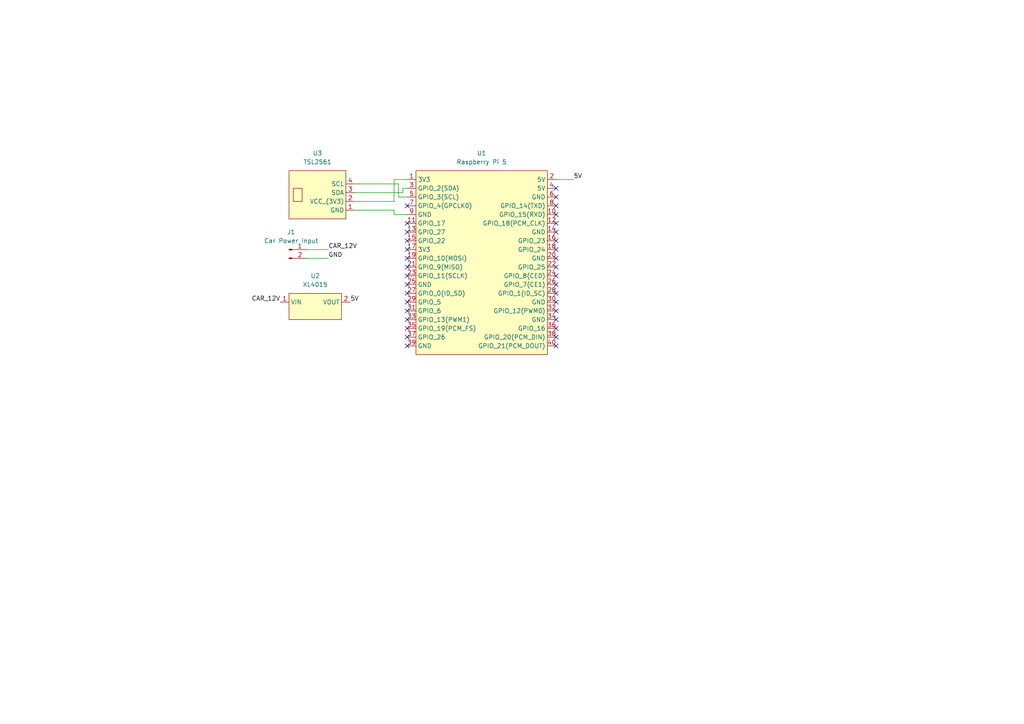
<source format=kicad_sch>
(kicad_sch
	(version 20250114)
	(generator "eeschema")
	(generator_version "9.0")
	(uuid "629082d0-9242-49fc-a059-751b76dc5015")
	(paper "A4")
	(lib_symbols
		(symbol "Connector:Conn_01x02_Pin"
			(pin_names
				(offset 1.016)
				(hide yes)
			)
			(exclude_from_sim no)
			(in_bom yes)
			(on_board yes)
			(property "Reference" "J"
				(at 0 2.54 0)
				(effects
					(font
						(size 1.27 1.27)
					)
				)
			)
			(property "Value" "Conn_01x02_Pin"
				(at 0 -5.08 0)
				(effects
					(font
						(size 1.27 1.27)
					)
				)
			)
			(property "Footprint" ""
				(at 0 0 0)
				(effects
					(font
						(size 1.27 1.27)
					)
					(hide yes)
				)
			)
			(property "Datasheet" "~"
				(at 0 0 0)
				(effects
					(font
						(size 1.27 1.27)
					)
					(hide yes)
				)
			)
			(property "Description" "Generic connector, single row, 01x02, script generated"
				(at 0 0 0)
				(effects
					(font
						(size 1.27 1.27)
					)
					(hide yes)
				)
			)
			(property "ki_locked" ""
				(at 0 0 0)
				(effects
					(font
						(size 1.27 1.27)
					)
				)
			)
			(property "ki_keywords" "connector"
				(at 0 0 0)
				(effects
					(font
						(size 1.27 1.27)
					)
					(hide yes)
				)
			)
			(property "ki_fp_filters" "Connector*:*_1x??_*"
				(at 0 0 0)
				(effects
					(font
						(size 1.27 1.27)
					)
					(hide yes)
				)
			)
			(symbol "Conn_01x02_Pin_1_1"
				(rectangle
					(start 0.8636 0.127)
					(end 0 -0.127)
					(stroke
						(width 0.1524)
						(type default)
					)
					(fill
						(type outline)
					)
				)
				(rectangle
					(start 0.8636 -2.413)
					(end 0 -2.667)
					(stroke
						(width 0.1524)
						(type default)
					)
					(fill
						(type outline)
					)
				)
				(polyline
					(pts
						(xy 1.27 0) (xy 0.8636 0)
					)
					(stroke
						(width 0.1524)
						(type default)
					)
					(fill
						(type none)
					)
				)
				(polyline
					(pts
						(xy 1.27 -2.54) (xy 0.8636 -2.54)
					)
					(stroke
						(width 0.1524)
						(type default)
					)
					(fill
						(type none)
					)
				)
				(pin passive line
					(at 5.08 0 180)
					(length 3.81)
					(name "Pin_1"
						(effects
							(font
								(size 1.27 1.27)
							)
						)
					)
					(number "1"
						(effects
							(font
								(size 1.27 1.27)
							)
						)
					)
				)
				(pin passive line
					(at 5.08 -2.54 180)
					(length 3.81)
					(name "Pin_2"
						(effects
							(font
								(size 1.27 1.27)
							)
						)
					)
					(number "2"
						(effects
							(font
								(size 1.27 1.27)
							)
						)
					)
				)
			)
			(embedded_fonts no)
		)
		(symbol "diplonmna_rabota:Rapberyy_Pi_5"
			(exclude_from_sim no)
			(in_bom yes)
			(on_board yes)
			(property "Reference" "U"
				(at 0 0 0)
				(effects
					(font
						(size 1.27 1.27)
					)
				)
			)
			(property "Value" ""
				(at 0 0 0)
				(effects
					(font
						(size 1.27 1.27)
					)
				)
			)
			(property "Footprint" ""
				(at 0 0 0)
				(effects
					(font
						(size 1.27 1.27)
					)
					(hide yes)
				)
			)
			(property "Datasheet" ""
				(at 0 0 0)
				(effects
					(font
						(size 1.27 1.27)
					)
					(hide yes)
				)
			)
			(property "Description" ""
				(at 0 0 0)
				(effects
					(font
						(size 1.27 1.27)
					)
					(hide yes)
				)
			)
			(symbol "Rapberyy_Pi_5_0_1"
				(rectangle
					(start 36.83 -33.02)
					(end 36.83 -33.02)
					(stroke
						(width 0)
						(type default)
					)
					(fill
						(type none)
					)
				)
			)
			(symbol "Rapberyy_Pi_5_1_1"
				(rectangle
					(start -1.27 -2.54)
					(end 36.83 -55.88)
					(stroke
						(width 0)
						(type default)
					)
					(fill
						(type background)
					)
				)
				(pin power_in line
					(at -3.81 -5.08 0)
					(length 2.54)
					(name "3V3"
						(effects
							(font
								(size 1.27 1.27)
							)
						)
					)
					(number "1"
						(effects
							(font
								(size 1.27 1.27)
							)
						)
					)
				)
				(pin bidirectional line
					(at -3.81 -7.62 0)
					(length 2.54)
					(name "GPIO_2(SDA)"
						(effects
							(font
								(size 1.27 1.27)
							)
						)
					)
					(number "3"
						(effects
							(font
								(size 1.27 1.27)
							)
						)
					)
				)
				(pin bidirectional line
					(at -3.81 -10.16 0)
					(length 2.54)
					(name "GPIO_3(SCL)"
						(effects
							(font
								(size 1.27 1.27)
							)
						)
					)
					(number "5"
						(effects
							(font
								(size 1.27 1.27)
							)
						)
					)
				)
				(pin bidirectional line
					(at -3.81 -12.7 0)
					(length 2.54)
					(name "GPIO_4(GPCLK0)"
						(effects
							(font
								(size 1.27 1.27)
							)
						)
					)
					(number "7"
						(effects
							(font
								(size 1.27 1.27)
							)
						)
					)
				)
				(pin power_out line
					(at -3.81 -15.24 0)
					(length 2.54)
					(name "GND"
						(effects
							(font
								(size 1.27 1.27)
							)
						)
					)
					(number "9"
						(effects
							(font
								(size 1.27 1.27)
							)
						)
					)
				)
				(pin bidirectional line
					(at -3.81 -17.78 0)
					(length 2.54)
					(name "GPIO_17"
						(effects
							(font
								(size 1.27 1.27)
							)
						)
					)
					(number "11"
						(effects
							(font
								(size 1.27 1.27)
							)
						)
					)
				)
				(pin bidirectional line
					(at -3.81 -20.32 0)
					(length 2.54)
					(name "GPIO_27"
						(effects
							(font
								(size 1.27 1.27)
							)
						)
					)
					(number "13"
						(effects
							(font
								(size 1.27 1.27)
							)
						)
					)
				)
				(pin bidirectional line
					(at -3.81 -22.86 0)
					(length 2.54)
					(name "GPIO_22"
						(effects
							(font
								(size 1.27 1.27)
							)
						)
					)
					(number "15"
						(effects
							(font
								(size 1.27 1.27)
							)
						)
					)
				)
				(pin power_in line
					(at -3.81 -25.4 0)
					(length 2.54)
					(name "3V3"
						(effects
							(font
								(size 1.27 1.27)
							)
						)
					)
					(number "17"
						(effects
							(font
								(size 1.27 1.27)
							)
						)
					)
				)
				(pin output line
					(at -3.81 -27.94 0)
					(length 2.54)
					(name "GPIO_10(MOSI)"
						(effects
							(font
								(size 1.27 1.27)
							)
						)
					)
					(number "19"
						(effects
							(font
								(size 1.27 1.27)
							)
						)
					)
				)
				(pin input line
					(at -3.81 -30.48 0)
					(length 2.54)
					(name "GPIO_9(MISO)"
						(effects
							(font
								(size 1.27 1.27)
							)
						)
					)
					(number "21"
						(effects
							(font
								(size 1.27 1.27)
							)
						)
					)
				)
				(pin output line
					(at -3.81 -33.02 0)
					(length 2.54)
					(name "GPIO_11(SCLK)"
						(effects
							(font
								(size 1.27 1.27)
							)
						)
					)
					(number "23"
						(effects
							(font
								(size 1.27 1.27)
							)
						)
					)
				)
				(pin power_out line
					(at -3.81 -35.56 0)
					(length 2.54)
					(name "GND"
						(effects
							(font
								(size 1.27 1.27)
							)
						)
					)
					(number "25"
						(effects
							(font
								(size 1.27 1.27)
							)
						)
					)
				)
				(pin input line
					(at -3.81 -38.1 0)
					(length 2.54)
					(name "GPIO_0(ID_SD)"
						(effects
							(font
								(size 1.27 1.27)
							)
						)
					)
					(number "27"
						(effects
							(font
								(size 1.27 1.27)
							)
						)
					)
				)
				(pin bidirectional line
					(at -3.81 -40.64 0)
					(length 2.54)
					(name "GPIO_5"
						(effects
							(font
								(size 1.27 1.27)
							)
						)
					)
					(number "29"
						(effects
							(font
								(size 1.27 1.27)
							)
						)
					)
				)
				(pin bidirectional line
					(at -3.81 -43.18 0)
					(length 2.54)
					(name "GPIO_6"
						(effects
							(font
								(size 1.27 1.27)
							)
						)
					)
					(number "31"
						(effects
							(font
								(size 1.27 1.27)
							)
						)
					)
				)
				(pin output line
					(at -3.81 -45.72 0)
					(length 2.54)
					(name "GPIO_13(PWM1)"
						(effects
							(font
								(size 1.27 1.27)
							)
						)
					)
					(number "33"
						(effects
							(font
								(size 1.27 1.27)
							)
						)
					)
				)
				(pin bidirectional line
					(at -3.81 -48.26 0)
					(length 2.54)
					(name "GPIO_19(PCM_FS)"
						(effects
							(font
								(size 1.27 1.27)
							)
						)
					)
					(number "35"
						(effects
							(font
								(size 1.27 1.27)
							)
						)
					)
				)
				(pin bidirectional line
					(at -3.81 -50.8 0)
					(length 2.54)
					(name "GPIO_26"
						(effects
							(font
								(size 1.27 1.27)
							)
						)
					)
					(number "37"
						(effects
							(font
								(size 1.27 1.27)
							)
						)
					)
				)
				(pin power_out line
					(at -3.81 -53.34 0)
					(length 2.54)
					(name "GND"
						(effects
							(font
								(size 1.27 1.27)
							)
						)
					)
					(number "39"
						(effects
							(font
								(size 1.27 1.27)
							)
						)
					)
				)
				(pin power_in line
					(at 39.37 -5.08 180)
					(length 2.54)
					(name "5V"
						(effects
							(font
								(size 1.27 1.27)
							)
						)
					)
					(number "2"
						(effects
							(font
								(size 1.27 1.27)
							)
						)
					)
				)
				(pin power_in line
					(at 39.37 -7.62 180)
					(length 2.54)
					(name "5V"
						(effects
							(font
								(size 1.27 1.27)
							)
						)
					)
					(number "4"
						(effects
							(font
								(size 1.27 1.27)
							)
						)
					)
				)
				(pin power_out line
					(at 39.37 -10.16 180)
					(length 2.54)
					(name "GND"
						(effects
							(font
								(size 1.27 1.27)
							)
						)
					)
					(number "6"
						(effects
							(font
								(size 1.27 1.27)
							)
						)
					)
				)
				(pin output line
					(at 39.37 -12.7 180)
					(length 2.54)
					(name "GPIO_14(TXD)"
						(effects
							(font
								(size 1.27 1.27)
							)
						)
					)
					(number "8"
						(effects
							(font
								(size 1.27 1.27)
							)
						)
					)
				)
				(pin input line
					(at 39.37 -15.24 180)
					(length 2.54)
					(name "GPIO_15(RXD)"
						(effects
							(font
								(size 1.27 1.27)
							)
						)
					)
					(number "10"
						(effects
							(font
								(size 1.27 1.27)
							)
						)
					)
				)
				(pin output line
					(at 39.37 -17.78 180)
					(length 2.54)
					(name "GPIO_18(PCM_CLK)"
						(effects
							(font
								(size 1.27 1.27)
							)
						)
					)
					(number "12"
						(effects
							(font
								(size 1.27 1.27)
							)
						)
					)
				)
				(pin power_out line
					(at 39.37 -20.32 180)
					(length 2.54)
					(name "GND"
						(effects
							(font
								(size 1.27 1.27)
							)
						)
					)
					(number "14"
						(effects
							(font
								(size 1.27 1.27)
							)
						)
					)
				)
				(pin bidirectional line
					(at 39.37 -22.86 180)
					(length 2.54)
					(name "GPIO_23"
						(effects
							(font
								(size 1.27 1.27)
							)
						)
					)
					(number "16"
						(effects
							(font
								(size 1.27 1.27)
							)
						)
					)
				)
				(pin bidirectional line
					(at 39.37 -25.4 180)
					(length 2.54)
					(name "GPIO_24"
						(effects
							(font
								(size 1.27 1.27)
							)
						)
					)
					(number "18"
						(effects
							(font
								(size 1.27 1.27)
							)
						)
					)
				)
				(pin power_out line
					(at 39.37 -27.94 180)
					(length 2.54)
					(name "GND"
						(effects
							(font
								(size 1.27 1.27)
							)
						)
					)
					(number "20"
						(effects
							(font
								(size 1.27 1.27)
							)
						)
					)
				)
				(pin bidirectional line
					(at 39.37 -30.48 180)
					(length 2.54)
					(name "GPIO_25"
						(effects
							(font
								(size 1.27 1.27)
							)
						)
					)
					(number "22"
						(effects
							(font
								(size 1.27 1.27)
							)
						)
					)
				)
				(pin output line
					(at 39.37 -33.02 180)
					(length 2.54)
					(name "GPIO_8(CE0)"
						(effects
							(font
								(size 1.27 1.27)
							)
						)
					)
					(number "24"
						(effects
							(font
								(size 1.27 1.27)
							)
						)
					)
				)
				(pin output line
					(at 39.37 -35.56 180)
					(length 2.54)
					(name "GPIO_7(CE1)"
						(effects
							(font
								(size 1.27 1.27)
							)
						)
					)
					(number "26"
						(effects
							(font
								(size 1.27 1.27)
							)
						)
					)
				)
				(pin bidirectional line
					(at 39.37 -38.1 180)
					(length 2.54)
					(name "GPIO_1(ID_SC)"
						(effects
							(font
								(size 1.27 1.27)
							)
						)
					)
					(number "28"
						(effects
							(font
								(size 1.27 1.27)
							)
						)
					)
				)
				(pin power_out line
					(at 39.37 -40.64 180)
					(length 2.54)
					(name "GND"
						(effects
							(font
								(size 1.27 1.27)
							)
						)
					)
					(number "30"
						(effects
							(font
								(size 1.27 1.27)
							)
						)
					)
				)
				(pin output line
					(at 39.37 -43.18 180)
					(length 2.54)
					(name "GPIO_12(PWM0)"
						(effects
							(font
								(size 1.27 1.27)
							)
						)
					)
					(number "32"
						(effects
							(font
								(size 1.27 1.27)
							)
						)
					)
				)
				(pin power_out line
					(at 39.37 -45.72 180)
					(length 2.54)
					(name "GND"
						(effects
							(font
								(size 1.27 1.27)
							)
						)
					)
					(number "34"
						(effects
							(font
								(size 1.27 1.27)
							)
						)
					)
				)
				(pin bidirectional line
					(at 39.37 -48.26 180)
					(length 2.54)
					(name "GPIO_16"
						(effects
							(font
								(size 1.27 1.27)
							)
						)
					)
					(number "36"
						(effects
							(font
								(size 1.27 1.27)
							)
						)
					)
				)
				(pin input line
					(at 39.37 -50.8 180)
					(length 2.54)
					(name "GPIO_20(PCM_DIN)"
						(effects
							(font
								(size 1.27 1.27)
							)
						)
					)
					(number "38"
						(effects
							(font
								(size 1.27 1.27)
							)
						)
					)
				)
				(pin output line
					(at 39.37 -53.34 180)
					(length 2.54)
					(name "GPIO_21(PCM_DOUT)"
						(effects
							(font
								(size 1.27 1.27)
							)
						)
					)
					(number "40"
						(effects
							(font
								(size 1.27 1.27)
							)
						)
					)
				)
			)
			(embedded_fonts no)
		)
		(symbol "diplonmna_rabota:Tsl2561-light_sensor"
			(exclude_from_sim no)
			(in_bom yes)
			(on_board yes)
			(property "Reference" "U"
				(at 0 0 0)
				(effects
					(font
						(size 1.27 1.27)
					)
				)
			)
			(property "Value" ""
				(at 0 0 0)
				(effects
					(font
						(size 1.27 1.27)
					)
				)
			)
			(property "Footprint" ""
				(at 0 0 0)
				(effects
					(font
						(size 1.27 1.27)
					)
					(hide yes)
				)
			)
			(property "Datasheet" ""
				(at 0 0 0)
				(effects
					(font
						(size 1.27 1.27)
					)
					(hide yes)
				)
			)
			(property "Description" ""
				(at 0 0 0)
				(effects
					(font
						(size 1.27 1.27)
					)
					(hide yes)
				)
			)
			(symbol "Tsl2561-light_sensor_0_1"
				(rectangle
					(start 11.43 -6.35)
					(end 13.97 -10.16)
					(stroke
						(width 0)
						(type default)
					)
					(fill
						(type none)
					)
				)
			)
			(symbol "Tsl2561-light_sensor_1_1"
				(rectangle
					(start -1.27 -1.27)
					(end 15.24 -15.24)
					(stroke
						(width 0)
						(type solid)
					)
					(fill
						(type background)
					)
				)
				(pin power_out line
					(at -3.81 -3.81 0)
					(length 2.54)
					(name "GND"
						(effects
							(font
								(size 1.27 1.27)
							)
						)
					)
					(number "1"
						(effects
							(font
								(size 1.27 1.27)
							)
						)
					)
				)
				(pin power_in line
					(at -3.81 -6.35 0)
					(length 2.54)
					(name "VCC_(3V3)"
						(effects
							(font
								(size 1.27 1.27)
							)
						)
					)
					(number "2"
						(effects
							(font
								(size 1.27 1.27)
							)
						)
					)
				)
				(pin bidirectional line
					(at -3.81 -8.89 0)
					(length 2.54)
					(name "SDA"
						(effects
							(font
								(size 1.27 1.27)
							)
						)
					)
					(number "3"
						(effects
							(font
								(size 1.27 1.27)
							)
						)
					)
				)
				(pin bidirectional line
					(at -3.81 -11.43 0)
					(length 2.54)
					(name "SCL"
						(effects
							(font
								(size 1.27 1.27)
							)
						)
					)
					(number "4"
						(effects
							(font
								(size 1.27 1.27)
							)
						)
					)
				)
			)
			(embedded_fonts no)
		)
		(symbol "diplonmna_rabota:XL4015"
			(exclude_from_sim no)
			(in_bom yes)
			(on_board yes)
			(property "Reference" "U"
				(at -0.508 0.762 0)
				(effects
					(font
						(size 1.27 1.27)
					)
				)
			)
			(property "Value" ""
				(at 0 0 0)
				(effects
					(font
						(size 1.27 1.27)
					)
				)
			)
			(property "Footprint" ""
				(at 0 0 0)
				(effects
					(font
						(size 1.27 1.27)
					)
					(hide yes)
				)
			)
			(property "Datasheet" ""
				(at 0 0 0)
				(effects
					(font
						(size 1.27 1.27)
					)
					(hide yes)
				)
			)
			(property "Description" ""
				(at 0 0 0)
				(effects
					(font
						(size 1.27 1.27)
					)
					(hide yes)
				)
			)
			(symbol "XL4015_1_1"
				(rectangle
					(start -1.27 0)
					(end 13.97 -7.62)
					(stroke
						(width 0)
						(type solid)
					)
					(fill
						(type background)
					)
				)
				(pin power_in line
					(at -3.81 -2.54 0)
					(length 2.54)
					(name "VIN"
						(effects
							(font
								(size 1.27 1.27)
							)
						)
					)
					(number "1"
						(effects
							(font
								(size 1.27 1.27)
							)
						)
					)
				)
				(pin power_out line
					(at 16.51 -2.54 180)
					(length 2.54)
					(name "VOUT"
						(effects
							(font
								(size 1.27 1.27)
							)
						)
					)
					(number "2"
						(effects
							(font
								(size 1.27 1.27)
							)
						)
					)
				)
			)
			(embedded_fonts no)
		)
	)
	(no_connect
		(at 118.11 90.17)
		(uuid "00ba5281-80b3-4cf6-be0a-210c1bf82d7e")
	)
	(no_connect
		(at 161.29 74.93)
		(uuid "03d08b6b-0cdb-4da6-8b7e-85b996092679")
	)
	(no_connect
		(at 161.29 72.39)
		(uuid "04ca6028-7bf5-42cf-9c0c-8ed12879c9a5")
	)
	(no_connect
		(at 161.29 80.01)
		(uuid "074e8d2c-b40c-41b4-8352-c10afa6d40eb")
	)
	(no_connect
		(at 118.11 87.63)
		(uuid "0a36c7ff-6745-453f-a459-5eeec058dcc1")
	)
	(no_connect
		(at 161.29 67.31)
		(uuid "0b1bb912-8ad4-4fca-bc9c-c508fe6e4b52")
	)
	(no_connect
		(at 118.11 59.69)
		(uuid "14908e48-6f67-487f-a597-14758edf5136")
	)
	(no_connect
		(at 118.11 97.79)
		(uuid "27016a4d-f63e-4d97-99ce-a1e2ea9bf469")
	)
	(no_connect
		(at 118.11 67.31)
		(uuid "2b3bf5b2-ccbc-4630-9d62-cabf7ded84e2")
	)
	(no_connect
		(at 118.11 95.25)
		(uuid "2f907efc-e63e-46ec-a5b0-2bd34b1b3fd3")
	)
	(no_connect
		(at 118.11 92.71)
		(uuid "306bd964-43e0-481c-896c-3a0643446d49")
	)
	(no_connect
		(at 118.11 72.39)
		(uuid "33c15cc7-7f46-4acc-8f81-ef5bfa51ae4e")
	)
	(no_connect
		(at 161.29 77.47)
		(uuid "3e884b99-fa18-4f89-b3aa-98e3ba140d6b")
	)
	(no_connect
		(at 118.11 82.55)
		(uuid "3f01d0d6-a184-4132-8068-0a63f610a748")
	)
	(no_connect
		(at 118.11 85.09)
		(uuid "4320d1d6-c6dd-4db4-8a18-b2f46dd0f59a")
	)
	(no_connect
		(at 161.29 62.23)
		(uuid "4d5aa340-d407-42c7-b8fa-96ea832650ae")
	)
	(no_connect
		(at 161.29 87.63)
		(uuid "4daf50dd-047e-4f7c-8fba-e9db064ff696")
	)
	(no_connect
		(at 161.29 100.33)
		(uuid "67b050d4-8844-4c75-8447-71c44fef0f5e")
	)
	(no_connect
		(at 161.29 54.61)
		(uuid "6c019277-6717-4101-bc7c-2be31a683b2f")
	)
	(no_connect
		(at 118.11 74.93)
		(uuid "757e509d-4a26-4bcb-a141-a4de09b154ac")
	)
	(no_connect
		(at 161.29 59.69)
		(uuid "8df6a2c6-dfb3-4199-a7e2-34a99bf11d88")
	)
	(no_connect
		(at 161.29 64.77)
		(uuid "945987e5-7f21-4e7f-bde3-3d9261c14068")
	)
	(no_connect
		(at 118.11 100.33)
		(uuid "983a795e-ac3b-4fd6-9ac3-cc84c86ac8a9")
	)
	(no_connect
		(at 118.11 64.77)
		(uuid "98bd1e91-18a1-4784-bba1-47c5a842629d")
	)
	(no_connect
		(at 118.11 69.85)
		(uuid "9b23a3ed-2e40-4f7e-befd-b5a1cddceebd")
	)
	(no_connect
		(at 161.29 69.85)
		(uuid "9b5b1ee8-b8a0-4111-9d4b-ab60d4c6397e")
	)
	(no_connect
		(at 118.11 80.01)
		(uuid "a868bcf5-ae23-4c2a-85eb-f47fb3a6cf97")
	)
	(no_connect
		(at 161.29 57.15)
		(uuid "b0b42079-a0af-47fc-8105-720ccc64b2ad")
	)
	(no_connect
		(at 161.29 82.55)
		(uuid "b38e7064-f18b-40bb-a30e-5f80b2bbda34")
	)
	(no_connect
		(at 161.29 90.17)
		(uuid "b602bfff-2db9-474c-b796-72a738a302d6")
	)
	(no_connect
		(at 161.29 97.79)
		(uuid "b9f685bc-229e-4ddc-9316-b176aff9197d")
	)
	(no_connect
		(at 161.29 85.09)
		(uuid "d00d4825-29be-43d6-a8ee-f92d9ddbbb91")
	)
	(no_connect
		(at 161.29 95.25)
		(uuid "d6f0098f-c425-401b-b84b-82def640474d")
	)
	(no_connect
		(at 118.11 77.47)
		(uuid "dca6058a-8d26-46f5-94db-0e7b9d76ed44")
	)
	(no_connect
		(at 161.29 92.71)
		(uuid "ea7fb9d1-105f-4458-9559-21c5dc98874d")
	)
	(wire
		(pts
			(xy 102.87 53.34) (xy 115.57 53.34)
		)
		(stroke
			(width 0)
			(type default)
		)
		(uuid "153b01f5-4431-4c0f-bfc1-03f0c98d4984")
	)
	(wire
		(pts
			(xy 88.9 74.93) (xy 95.25 74.93)
		)
		(stroke
			(width 0)
			(type default)
		)
		(uuid "202437d7-985e-4356-86f5-f7180e9f8707")
	)
	(wire
		(pts
			(xy 102.87 58.42) (xy 114.3 58.42)
		)
		(stroke
			(width 0)
			(type default)
		)
		(uuid "28716815-25b4-40ca-a408-6c21ca5875e6")
	)
	(wire
		(pts
			(xy 115.57 53.34) (xy 115.57 57.15)
		)
		(stroke
			(width 0)
			(type default)
		)
		(uuid "33673b5f-1b80-41b8-b6d9-d5a048ae0e4d")
	)
	(wire
		(pts
			(xy 102.87 55.88) (xy 116.84 55.88)
		)
		(stroke
			(width 0)
			(type default)
		)
		(uuid "34e1ae00-5bb9-462b-8153-4eb662399c36")
	)
	(wire
		(pts
			(xy 116.84 54.61) (xy 118.11 54.61)
		)
		(stroke
			(width 0)
			(type default)
		)
		(uuid "3bcafac1-4df2-4081-a7b5-ca46cdca63ac")
	)
	(wire
		(pts
			(xy 116.84 55.88) (xy 116.84 54.61)
		)
		(stroke
			(width 0)
			(type default)
		)
		(uuid "4ef08def-0cf9-4db4-bbae-53e647703307")
	)
	(wire
		(pts
			(xy 114.3 62.23) (xy 118.11 62.23)
		)
		(stroke
			(width 0)
			(type default)
		)
		(uuid "8c254e22-d9dd-449c-91aa-cfa1896cb614")
	)
	(wire
		(pts
			(xy 88.9 72.39) (xy 95.25 72.39)
		)
		(stroke
			(width 0)
			(type default)
		)
		(uuid "956a5ef6-b038-43bd-b5bd-3d4dc8f67b0c")
	)
	(wire
		(pts
			(xy 102.87 60.96) (xy 114.3 60.96)
		)
		(stroke
			(width 0)
			(type default)
		)
		(uuid "c912191f-da16-4758-a3d9-f4f654d50662")
	)
	(wire
		(pts
			(xy 114.3 52.07) (xy 118.11 52.07)
		)
		(stroke
			(width 0)
			(type default)
		)
		(uuid "c9221710-657c-4ece-92e3-7d2f8cb502ce")
	)
	(wire
		(pts
			(xy 161.29 52.07) (xy 166.37 52.07)
		)
		(stroke
			(width 0)
			(type default)
		)
		(uuid "cd167353-9c51-4012-b141-6947fcf400c0")
	)
	(wire
		(pts
			(xy 114.3 60.96) (xy 114.3 62.23)
		)
		(stroke
			(width 0)
			(type default)
		)
		(uuid "d131ab55-a2f8-4832-b50d-c3f22f6aaea0")
	)
	(wire
		(pts
			(xy 114.3 58.42) (xy 114.3 52.07)
		)
		(stroke
			(width 0)
			(type default)
		)
		(uuid "e1796502-8c85-43a0-bfbd-1caa64279da6")
	)
	(wire
		(pts
			(xy 115.57 57.15) (xy 118.11 57.15)
		)
		(stroke
			(width 0)
			(type default)
		)
		(uuid "e273819e-6dd6-47df-9509-92836cbe83f4")
	)
	(label "CAR_12V"
		(at 95.25 72.39 0)
		(effects
			(font
				(size 1.27 1.27)
			)
			(justify left bottom)
		)
		(uuid "1134700f-8c29-4f9f-ab04-47d2c578f6bd")
	)
	(label "5V"
		(at 166.37 52.07 0)
		(effects
			(font
				(size 1.27 1.27)
			)
			(justify left bottom)
		)
		(uuid "aad08980-ec70-49f0-824f-0c85acc87a59")
	)
	(label "GND"
		(at 95.25 74.93 0)
		(effects
			(font
				(size 1.27 1.27)
			)
			(justify left bottom)
		)
		(uuid "bcb8cda8-a233-49c0-9b76-3c8b992a962e")
	)
	(label "5V"
		(at 101.6 87.63 0)
		(effects
			(font
				(size 1.27 1.27)
			)
			(justify left bottom)
		)
		(uuid "ed307b81-4fb3-4494-b612-7cf0c840c9e8")
	)
	(label "CAR_12V"
		(at 81.28 87.63 180)
		(effects
			(font
				(size 1.27 1.27)
			)
			(justify right bottom)
		)
		(uuid "ee6ff430-6b07-492d-afda-e7786d1d5b00")
	)
	(symbol
		(lib_id "diplonmna_rabota:XL4015")
		(at 85.09 85.09 0)
		(unit 1)
		(exclude_from_sim no)
		(in_bom yes)
		(on_board yes)
		(dnp no)
		(fields_autoplaced yes)
		(uuid "5365ec4c-9b31-46cf-ad39-790c1f4150ea")
		(property "Reference" "U2"
			(at 91.44 80.01 0)
			(effects
				(font
					(size 1.27 1.27)
				)
			)
		)
		(property "Value" "XL4015"
			(at 91.44 82.55 0)
			(effects
				(font
					(size 1.27 1.27)
				)
			)
		)
		(property "Footprint" ""
			(at 85.09 85.09 0)
			(effects
				(font
					(size 1.27 1.27)
				)
				(hide yes)
			)
		)
		(property "Datasheet" ""
			(at 85.09 85.09 0)
			(effects
				(font
					(size 1.27 1.27)
				)
				(hide yes)
			)
		)
		(property "Description" ""
			(at 85.09 85.09 0)
			(effects
				(font
					(size 1.27 1.27)
				)
				(hide yes)
			)
		)
		(pin "1"
			(uuid "04ce8e2a-db00-437a-b23e-380cdefae750")
		)
		(pin "2"
			(uuid "0538fbf4-e990-4c04-ab0e-db37583ec3f7")
		)
		(instances
			(project ""
				(path "/629082d0-9242-49fc-a059-751b76dc5015"
					(reference "U2")
					(unit 1)
				)
			)
		)
	)
	(symbol
		(lib_id "diplonmna_rabota:Rapberyy_Pi_5")
		(at 121.92 46.99 0)
		(unit 1)
		(exclude_from_sim no)
		(in_bom yes)
		(on_board yes)
		(dnp no)
		(fields_autoplaced yes)
		(uuid "5f0eda6a-2982-4f60-9519-9f917b98b572")
		(property "Reference" "U1"
			(at 139.7 44.45 0)
			(effects
				(font
					(size 1.27 1.27)
				)
			)
		)
		(property "Value" "Raspberry Pi 5"
			(at 139.7 46.99 0)
			(effects
				(font
					(size 1.27 1.27)
				)
			)
		)
		(property "Footprint" ""
			(at 121.92 46.99 0)
			(effects
				(font
					(size 1.27 1.27)
				)
				(hide yes)
			)
		)
		(property "Datasheet" ""
			(at 121.92 46.99 0)
			(effects
				(font
					(size 1.27 1.27)
				)
				(hide yes)
			)
		)
		(property "Description" ""
			(at 121.92 46.99 0)
			(effects
				(font
					(size 1.27 1.27)
				)
				(hide yes)
			)
		)
		(pin "37"
			(uuid "5fdceae0-ea75-43d5-970e-9bfe130edc15")
		)
		(pin "4"
			(uuid "311863c4-b749-40ef-8606-01139f92d968")
		)
		(pin "8"
			(uuid "4580d105-1482-4a98-80a6-7f89d5040115")
		)
		(pin "29"
			(uuid "ea8af8ae-5907-4206-8274-4252b7e56faa")
		)
		(pin "18"
			(uuid "c3484452-0f71-414d-940f-7f0da1f17fb9")
		)
		(pin "9"
			(uuid "201d847c-bfb4-4f54-af15-7f5a5a76da4e")
		)
		(pin "2"
			(uuid "7091210c-8527-4498-9c76-656c286c9958")
		)
		(pin "23"
			(uuid "217e89c9-bc72-4020-b7bc-275d628eaa64")
		)
		(pin "27"
			(uuid "8d4ff48d-7eaf-409a-a7fb-f13ebca2d397")
		)
		(pin "21"
			(uuid "81380764-fbd0-4931-80b7-e014d9e4ff52")
		)
		(pin "1"
			(uuid "258ca104-4f4d-4363-95dd-86a9e0276f46")
		)
		(pin "10"
			(uuid "aafef794-2a68-4035-8417-5b91f7d98733")
		)
		(pin "33"
			(uuid "466bb557-26e8-4357-a441-0da1612d9f17")
		)
		(pin "19"
			(uuid "c5bfdaf2-a0ee-4ac7-a837-de535339ab8f")
		)
		(pin "5"
			(uuid "9772ac97-5492-436c-b3c2-243a1333c3c6")
		)
		(pin "11"
			(uuid "82ed4a0e-1768-45c0-a008-829e6252214b")
		)
		(pin "13"
			(uuid "c2984d86-2cc4-46cc-b158-1f0861fbf663")
		)
		(pin "15"
			(uuid "0d5ba257-f337-4285-aa62-d766391e39cd")
		)
		(pin "12"
			(uuid "bbd9b8d0-8468-4488-92f0-2fdbe2a548ba")
		)
		(pin "7"
			(uuid "45ed7634-6840-4bd7-b368-c406e0fd0144")
		)
		(pin "25"
			(uuid "cd49125c-72c3-49b9-8609-d12bf6b0397f")
		)
		(pin "35"
			(uuid "32aa83c3-c2fe-4716-a2cb-8e06d8efe042")
		)
		(pin "3"
			(uuid "44a6d2dc-65b1-4bc6-92e6-b0217ae05638")
		)
		(pin "31"
			(uuid "6bb5ddc1-c25d-4ecc-8e83-33f07b86371d")
		)
		(pin "17"
			(uuid "d6576a9d-73dd-44fc-810c-06af969c7e09")
		)
		(pin "39"
			(uuid "995ecebd-07f6-47b4-8875-f2c8fe7c9299")
		)
		(pin "6"
			(uuid "141377d8-9426-4103-b83e-c9d928953b2c")
		)
		(pin "14"
			(uuid "5a4c0e6a-e86b-4644-b70b-9fbda52cef72")
		)
		(pin "16"
			(uuid "1dfdeba6-ee9d-4214-a28f-dcdb149bc5aa")
		)
		(pin "34"
			(uuid "1a7f3f1a-cc3a-4872-b466-54209c9d654a")
		)
		(pin "40"
			(uuid "97d10aed-e0ed-4e12-8df3-67dd64d4e4f1")
		)
		(pin "20"
			(uuid "cbc0bdf9-46f0-467c-97de-9395aa7608a9")
		)
		(pin "32"
			(uuid "12b1722c-cdcd-4531-9495-0bb8397bbf6d")
		)
		(pin "38"
			(uuid "55cbd724-00f4-4551-86e4-d3507df74092")
		)
		(pin "26"
			(uuid "bdc13d89-e35d-46d4-8c65-50624e98cfdd")
		)
		(pin "24"
			(uuid "fee52757-a5af-4de0-9d61-4828bb5c402b")
		)
		(pin "22"
			(uuid "97b6af19-50c5-400f-83f9-dba0d4c26ed8")
		)
		(pin "28"
			(uuid "265d71f4-056b-4c09-bb71-2f626ed64a51")
		)
		(pin "30"
			(uuid "07a66353-145a-445c-b79a-65556eb8140a")
		)
		(pin "36"
			(uuid "3a6e33fb-2e45-476e-ab99-cf22daee95e3")
		)
		(instances
			(project ""
				(path "/629082d0-9242-49fc-a059-751b76dc5015"
					(reference "U1")
					(unit 1)
				)
			)
		)
	)
	(symbol
		(lib_id "diplonmna_rabota:Tsl2561-light_sensor")
		(at 99.06 64.77 180)
		(unit 1)
		(exclude_from_sim no)
		(in_bom yes)
		(on_board yes)
		(dnp no)
		(fields_autoplaced yes)
		(uuid "6b899023-2fd2-4da8-b120-994473b71dfc")
		(property "Reference" "U3"
			(at 92.075 44.45 0)
			(effects
				(font
					(size 1.27 1.27)
				)
			)
		)
		(property "Value" "TSL2561"
			(at 92.075 46.99 0)
			(effects
				(font
					(size 1.27 1.27)
				)
			)
		)
		(property "Footprint" ""
			(at 99.06 64.77 0)
			(effects
				(font
					(size 1.27 1.27)
				)
				(hide yes)
			)
		)
		(property "Datasheet" ""
			(at 99.06 64.77 0)
			(effects
				(font
					(size 1.27 1.27)
				)
				(hide yes)
			)
		)
		(property "Description" ""
			(at 99.06 64.77 0)
			(effects
				(font
					(size 1.27 1.27)
				)
				(hide yes)
			)
		)
		(pin "3"
			(uuid "d9a51424-0157-45cd-a9f3-a18c3dd6f758")
		)
		(pin "1"
			(uuid "ff5a0920-a8aa-4268-b628-3b8b1aa5ebff")
		)
		(pin "2"
			(uuid "35828f04-d318-43d2-b546-56f8bed306e0")
		)
		(pin "4"
			(uuid "c5cb1fa2-f970-4a21-a41d-c341a6d3d472")
		)
		(instances
			(project ""
				(path "/629082d0-9242-49fc-a059-751b76dc5015"
					(reference "U3")
					(unit 1)
				)
			)
		)
	)
	(symbol
		(lib_id "Connector:Conn_01x02_Pin")
		(at 83.82 72.39 0)
		(unit 1)
		(exclude_from_sim no)
		(in_bom yes)
		(on_board yes)
		(dnp no)
		(fields_autoplaced yes)
		(uuid "9a5b4272-1c2a-47c9-af72-78820fab3cc1")
		(property "Reference" "J1"
			(at 84.455 67.31 0)
			(effects
				(font
					(size 1.27 1.27)
				)
			)
		)
		(property "Value" "Car Power Input"
			(at 84.455 69.85 0)
			(effects
				(font
					(size 1.27 1.27)
				)
			)
		)
		(property "Footprint" ""
			(at 83.82 72.39 0)
			(effects
				(font
					(size 1.27 1.27)
				)
				(hide yes)
			)
		)
		(property "Datasheet" "~"
			(at 83.82 72.39 0)
			(effects
				(font
					(size 1.27 1.27)
				)
				(hide yes)
			)
		)
		(property "Description" "Generic connector, single row, 01x02, script generated"
			(at 83.82 72.39 0)
			(effects
				(font
					(size 1.27 1.27)
				)
				(hide yes)
			)
		)
		(pin "1"
			(uuid "a22c1fb7-c485-49c3-b68b-8668212dbe53")
		)
		(pin "2"
			(uuid "c271a916-e293-42ce-99ac-244529743c0a")
		)
		(instances
			(project ""
				(path "/629082d0-9242-49fc-a059-751b76dc5015"
					(reference "J1")
					(unit 1)
				)
			)
		)
	)
	(sheet_instances
		(path "/"
			(page "1")
		)
	)
	(embedded_fonts no)
)

</source>
